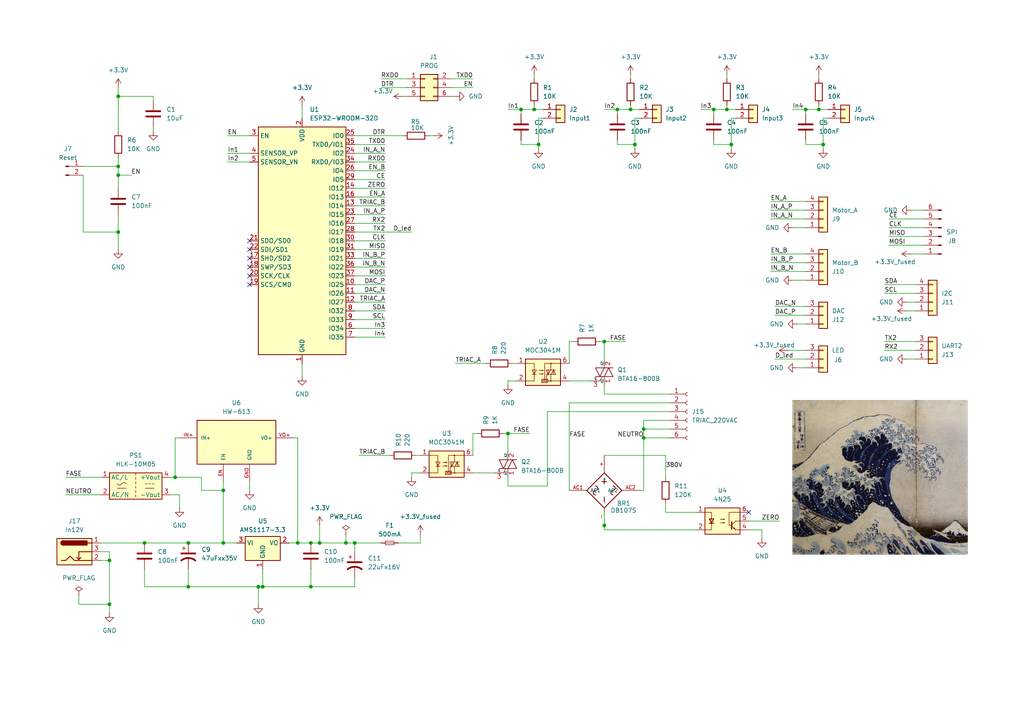
<source format=kicad_sch>
(kicad_sch (version 20231120) (generator "eeschema") (generator_version "8.0")
  (paper "A4")
  (junction (at 210.82 31.75))
  (junction (at 86.36 157.48))
  (junction (at 238.76 41.91))
  (junction (at 34.29 67.31))
  (junction (at 64.77 157.48))
  (junction (at 207.01 31.75))
  (junction (at 31.75 175.26))
  (junction (at 41.91 157.48))
  (junction (at 156.21 41.91))
  (junction (at 31.75 162.56))
  (junction (at 64.77 142.24))
  (junction (at 54.61 170.18))
  (junction (at 92.71 157.48))
  (junction (at 186.69 124.46))
  (junction (at 102.87 157.48))
  (junction (at 74.93 170.18))
  (junction (at 175.26 99.06))
  (junction (at 100.33 157.48))
  (junction (at 50.8 138.43))
  (junction (at 90.17 157.48))
  (junction (at 182.88 31.75))
  (junction (at 34.29 48.26))
  (junction (at 154.94 31.75))
  (junction (at 34.29 50.8))
  (junction (at 54.61 157.48))
  (junction (at 233.68 31.75))
  (junction (at 147.32 125.73))
  (junction (at 186.69 127))
  (junction (at 151.13 31.75))
  (junction (at 175.26 152.4))
  (junction (at 90.17 170.18))
  (junction (at 237.49 31.75))
  (junction (at 212.09 41.91))
  (junction (at 76.2 170.18))
  (junction (at 34.29 27.94))
  (junction (at 184.15 41.91))
  (junction (at 179.07 31.75))
  (no_connect (at 72.39 72.39))
  (no_connect (at 72.39 82.55))
  (no_connect (at 72.39 74.93))
  (no_connect (at 72.39 77.47))
  (no_connect (at 72.39 80.01))
  (no_connect (at 217.17 148.59))
  (no_connect (at 72.39 69.85))
  (wire (pts (xy 121.92 154.94) (xy 121.92 157.48)))
  (wire (pts (xy 76.2 170.18) (xy 90.17 170.18)))
  (wire (pts (xy 213.36 34.29) (xy 212.09 34.29)))
  (wire (pts (xy 72.39 139.7) (xy 72.39 142.24)))
  (wire (pts (xy 229.87 81.28) (xy 233.68 81.28)))
  (wire (pts (xy 83.82 157.48) (xy 86.36 157.48)))
  (wire (pts (xy 102.87 54.61) (xy 111.76 54.61)))
  (wire (pts (xy 111.76 59.69) (xy 102.87 59.69)))
  (wire (pts (xy 119.38 137.16) (xy 119.38 138.43)))
  (wire (pts (xy 179.07 40.64) (xy 179.07 41.91)))
  (wire (pts (xy 31.75 160.02) (xy 31.75 162.56)))
  (wire (pts (xy 137.16 22.86) (xy 130.81 22.86)))
  (wire (pts (xy 24.13 67.31) (xy 34.29 67.31)))
  (wire (pts (xy 217.17 151.13) (xy 226.06 151.13)))
  (wire (pts (xy 148.59 105.41) (xy 149.86 105.41)))
  (wire (pts (xy 207.01 41.91) (xy 212.09 41.91)))
  (wire (pts (xy 186.69 127) (xy 194.31 127)))
  (wire (pts (xy 175.26 132.08) (xy 193.04 132.08)))
  (wire (pts (xy 52.07 127) (xy 50.8 127)))
  (wire (pts (xy 111.76 87.63) (xy 102.87 87.63)))
  (wire (pts (xy 175.26 104.14) (xy 175.26 99.06)))
  (wire (pts (xy 193.04 146.05) (xy 193.04 148.59)))
  (wire (pts (xy 90.17 157.48) (xy 92.71 157.48)))
  (wire (pts (xy 92.71 152.4) (xy 92.71 157.48)))
  (wire (pts (xy 233.68 33.02) (xy 233.68 31.75)))
  (wire (pts (xy 257.81 68.58) (xy 267.97 68.58)))
  (wire (pts (xy 207.01 40.64) (xy 207.01 41.91)))
  (wire (pts (xy 31.75 162.56) (xy 29.21 162.56)))
  (wire (pts (xy 100.33 154.94) (xy 100.33 157.48)))
  (wire (pts (xy 102.87 157.48) (xy 102.87 160.02)))
  (wire (pts (xy 111.76 49.53) (xy 102.87 49.53)))
  (wire (pts (xy 74.93 170.18) (xy 74.93 175.26)))
  (wire (pts (xy 111.76 74.93) (xy 102.87 74.93)))
  (wire (pts (xy 210.82 31.75) (xy 213.36 31.75)))
  (wire (pts (xy 184.15 41.91) (xy 184.15 43.18)))
  (wire (pts (xy 111.76 82.55) (xy 102.87 82.55)))
  (wire (pts (xy 223.52 63.5) (xy 233.68 63.5)))
  (wire (pts (xy 86.36 127) (xy 86.36 157.48)))
  (wire (pts (xy 256.54 85.09) (xy 265.43 85.09)))
  (wire (pts (xy 66.04 39.37) (xy 72.39 39.37)))
  (wire (pts (xy 34.29 67.31) (xy 34.29 72.39)))
  (wire (pts (xy 224.79 88.9) (xy 233.68 88.9)))
  (wire (pts (xy 111.76 90.17) (xy 102.87 90.17)))
  (wire (pts (xy 54.61 170.18) (xy 74.93 170.18)))
  (wire (pts (xy 111.76 77.47) (xy 102.87 77.47)))
  (wire (pts (xy 64.77 142.24) (xy 64.77 157.48)))
  (wire (pts (xy 111.76 85.09) (xy 102.87 85.09)))
  (wire (pts (xy 238.76 34.29) (xy 238.76 41.91)))
  (wire (pts (xy 87.63 30.48) (xy 87.63 34.29)))
  (wire (pts (xy 102.87 97.79) (xy 111.76 97.79)))
  (wire (pts (xy 165.1 110.49) (xy 171.45 110.49)))
  (wire (pts (xy 186.69 142.24) (xy 186.69 127)))
  (wire (pts (xy 217.17 153.67) (xy 220.98 153.67)))
  (wire (pts (xy 223.52 73.66) (xy 233.68 73.66)))
  (wire (pts (xy 34.29 50.8) (xy 38.1 50.8)))
  (wire (pts (xy 58.42 138.43) (xy 58.42 142.24)))
  (wire (pts (xy 54.61 165.1) (xy 54.61 170.18)))
  (wire (pts (xy 54.61 157.48) (xy 64.77 157.48)))
  (wire (pts (xy 29.21 157.48) (xy 41.91 157.48)))
  (wire (pts (xy 31.75 175.26) (xy 31.75 162.56)))
  (wire (pts (xy 137.16 137.16) (xy 143.51 137.16)))
  (wire (pts (xy 34.29 50.8) (xy 34.29 54.61)))
  (wire (pts (xy 165.1 99.06) (xy 165.1 105.41)))
  (wire (pts (xy 66.04 46.99) (xy 72.39 46.99)))
  (wire (pts (xy 264.16 73.66) (xy 267.97 73.66)))
  (wire (pts (xy 58.42 142.24) (xy 64.77 142.24)))
  (wire (pts (xy 223.52 76.2) (xy 233.68 76.2)))
  (wire (pts (xy 115.57 157.48) (xy 121.92 157.48)))
  (wire (pts (xy 132.08 27.94) (xy 130.81 27.94)))
  (wire (pts (xy 102.87 170.18) (xy 102.87 167.64)))
  (wire (pts (xy 66.04 44.45) (xy 72.39 44.45)))
  (wire (pts (xy 229.87 31.75) (xy 233.68 31.75)))
  (wire (pts (xy 110.49 22.86) (xy 118.11 22.86)))
  (wire (pts (xy 34.29 48.26) (xy 34.29 50.8)))
  (wire (pts (xy 41.91 165.1) (xy 41.91 170.18)))
  (wire (pts (xy 165.1 116.84) (xy 194.31 116.84)))
  (wire (pts (xy 186.69 124.46) (xy 194.31 124.46)))
  (wire (pts (xy 137.16 25.4) (xy 130.81 25.4)))
  (wire (pts (xy 175.26 148.59) (xy 175.26 152.4)))
  (wire (pts (xy 175.26 153.67) (xy 201.93 153.67)))
  (wire (pts (xy 237.49 30.48) (xy 237.49 31.75)))
  (wire (pts (xy 100.33 157.48) (xy 102.87 157.48)))
  (wire (pts (xy 147.32 110.49) (xy 147.32 111.76)))
  (wire (pts (xy 264.16 60.96) (xy 267.97 60.96)))
  (wire (pts (xy 175.26 152.4) (xy 175.26 153.67)))
  (wire (pts (xy 207.01 33.02) (xy 207.01 31.75)))
  (wire (pts (xy 224.79 91.44) (xy 233.68 91.44)))
  (wire (pts (xy 111.76 72.39) (xy 102.87 72.39)))
  (wire (pts (xy 34.29 62.23) (xy 34.29 67.31)))
  (wire (pts (xy 90.17 170.18) (xy 102.87 170.18)))
  (wire (pts (xy 111.76 64.77) (xy 102.87 64.77)))
  (wire (pts (xy 156.21 41.91) (xy 156.21 43.18)))
  (wire (pts (xy 262.89 104.14) (xy 265.43 104.14)))
  (wire (pts (xy 102.87 95.25) (xy 111.76 95.25)))
  (wire (pts (xy 44.45 29.21) (xy 44.45 27.94)))
  (wire (pts (xy 19.05 138.43) (xy 29.21 138.43)))
  (wire (pts (xy 220.98 156.21) (xy 220.98 153.67)))
  (wire (pts (xy 262.89 87.63) (xy 265.43 87.63)))
  (wire (pts (xy 52.07 143.51) (xy 49.53 143.51)))
  (wire (pts (xy 111.76 92.71) (xy 102.87 92.71)))
  (wire (pts (xy 223.52 58.42) (xy 233.68 58.42)))
  (wire (pts (xy 175.26 99.06) (xy 181.61 99.06)))
  (wire (pts (xy 173.99 99.06) (xy 175.26 99.06)))
  (wire (pts (xy 257.81 66.04) (xy 267.97 66.04)))
  (wire (pts (xy 147.32 125.73) (xy 153.67 125.73)))
  (wire (pts (xy 237.49 21.59) (xy 237.49 22.86)))
  (wire (pts (xy 240.03 34.29) (xy 238.76 34.29)))
  (wire (pts (xy 185.42 34.29) (xy 184.15 34.29)))
  (wire (pts (xy 34.29 27.94) (xy 34.29 38.1)))
  (wire (pts (xy 166.37 99.06) (xy 165.1 99.06)))
  (wire (pts (xy 52.07 143.51) (xy 52.07 147.32)))
  (wire (pts (xy 212.09 41.91) (xy 212.09 43.18)))
  (wire (pts (xy 137.16 125.73) (xy 137.16 132.08)))
  (wire (pts (xy 29.21 160.02) (xy 31.75 160.02)))
  (wire (pts (xy 44.45 27.94) (xy 34.29 27.94)))
  (wire (pts (xy 138.43 125.73) (xy 137.16 125.73)))
  (wire (pts (xy 179.07 33.02) (xy 179.07 31.75)))
  (wire (pts (xy 157.48 34.29) (xy 156.21 34.29)))
  (wire (pts (xy 50.8 138.43) (xy 58.42 138.43)))
  (wire (pts (xy 179.07 41.91) (xy 184.15 41.91)))
  (wire (pts (xy 151.13 41.91) (xy 156.21 41.91)))
  (wire (pts (xy 92.71 157.48) (xy 100.33 157.48)))
  (wire (pts (xy 256.54 99.06) (xy 265.43 99.06)))
  (wire (pts (xy 156.21 34.29) (xy 156.21 41.91)))
  (wire (pts (xy 228.6 101.6) (xy 233.68 101.6)))
  (wire (pts (xy 64.77 157.48) (xy 68.58 157.48)))
  (wire (pts (xy 185.42 142.24) (xy 186.69 142.24)))
  (wire (pts (xy 119.38 137.16) (xy 121.92 137.16)))
  (wire (pts (xy 193.04 132.08) (xy 193.04 138.43)))
  (wire (pts (xy 147.32 130.81) (xy 147.32 125.73)))
  (wire (pts (xy 184.15 34.29) (xy 184.15 41.91)))
  (wire (pts (xy 22.86 172.72) (xy 22.86 175.26)))
  (wire (pts (xy 19.05 143.51) (xy 29.21 143.51)))
  (wire (pts (xy 158.75 140.97) (xy 147.32 140.97)))
  (wire (pts (xy 262.89 90.17) (xy 265.43 90.17)))
  (wire (pts (xy 154.94 31.75) (xy 157.48 31.75)))
  (wire (pts (xy 22.86 175.26) (xy 31.75 175.26)))
  (wire (pts (xy 210.82 30.48) (xy 210.82 31.75)))
  (wire (pts (xy 110.49 25.4) (xy 118.11 25.4)))
  (wire (pts (xy 125.73 39.37) (xy 124.46 39.37)))
  (wire (pts (xy 50.8 138.43) (xy 49.53 138.43)))
  (wire (pts (xy 231.14 106.68) (xy 233.68 106.68)))
  (wire (pts (xy 186.69 124.46) (xy 186.69 127)))
  (wire (pts (xy 41.91 157.48) (xy 54.61 157.48)))
  (wire (pts (xy 111.76 52.07) (xy 102.87 52.07)))
  (wire (pts (xy 132.08 105.41) (xy 140.97 105.41)))
  (wire (pts (xy 34.29 25.4) (xy 34.29 27.94)))
  (wire (pts (xy 44.45 36.83) (xy 44.45 38.1)))
  (wire (pts (xy 223.52 60.96) (xy 233.68 60.96)))
  (wire (pts (xy 182.88 31.75) (xy 185.42 31.75)))
  (wire (pts (xy 102.87 157.48) (xy 110.49 157.48)))
  (wire (pts (xy 111.76 41.91) (xy 102.87 41.91)))
  (wire (pts (xy 120.65 132.08) (xy 121.92 132.08)))
  (wire (pts (xy 90.17 165.1) (xy 90.17 170.18)))
  (wire (pts (xy 147.32 31.75) (xy 151.13 31.75)))
  (wire (pts (xy 102.87 67.31) (xy 119.38 67.31)))
  (wire (pts (xy 175.26 31.75) (xy 179.07 31.75)))
  (wire (pts (xy 233.68 41.91) (xy 238.76 41.91)))
  (wire (pts (xy 154.94 30.48) (xy 154.94 31.75)))
  (wire (pts (xy 203.2 31.75) (xy 207.01 31.75)))
  (wire (pts (xy 165.1 116.84) (xy 165.1 142.24)))
  (wire (pts (xy 154.94 21.59) (xy 154.94 22.86)))
  (wire (pts (xy 116.84 27.94) (xy 118.11 27.94)))
  (wire (pts (xy 182.88 21.59) (xy 182.88 22.86)))
  (wire (pts (xy 111.76 62.23) (xy 102.87 62.23)))
  (wire (pts (xy 111.76 69.85) (xy 102.87 69.85)))
  (wire (pts (xy 212.09 34.29) (xy 212.09 41.91)))
  (wire (pts (xy 194.31 121.92) (xy 186.69 121.92)))
  (wire (pts (xy 210.82 21.59) (xy 210.82 22.86)))
  (wire (pts (xy 151.13 33.02) (xy 151.13 31.75)))
  (wire (pts (xy 41.91 170.18) (xy 54.61 170.18)))
  (wire (pts (xy 147.32 138.43) (xy 147.32 140.97)))
  (wire (pts (xy 74.93 170.18) (xy 76.2 170.18)))
  (wire (pts (xy 175.26 114.3) (xy 175.26 111.76)))
  (wire (pts (xy 111.76 44.45) (xy 102.87 44.45)))
  (wire (pts (xy 175.26 114.3) (xy 194.31 114.3)))
  (wire (pts (xy 111.76 46.99) (xy 102.87 46.99)))
  (wire (pts (xy 76.2 165.1) (xy 76.2 170.18)))
  (wire (pts (xy 256.54 101.6) (xy 265.43 101.6)))
  (wire (pts (xy 257.81 63.5) (xy 267.97 63.5)))
  (wire (pts (xy 231.14 93.98) (xy 233.68 93.98)))
  (wire (pts (xy 186.69 121.92) (xy 186.69 124.46)))
  (wire (pts (xy 24.13 48.26) (xy 34.29 48.26)))
  (wire (pts (xy 87.63 105.41) (xy 87.63 109.22)))
  (wire (pts (xy 193.04 148.59) (xy 201.93 148.59)))
  (wire (pts (xy 31.75 177.8) (xy 31.75 175.26)))
  (wire (pts (xy 102.87 39.37) (xy 116.84 39.37)))
  (wire (pts (xy 238.76 41.91) (xy 238.76 43.18)))
  (wire (pts (xy 158.75 119.38) (xy 194.31 119.38)))
  (wire (pts (xy 257.81 71.12) (xy 267.97 71.12)))
  (wire (pts (xy 85.09 127) (xy 86.36 127)))
  (wire (pts (xy 256.54 82.55) (xy 265.43 82.55)))
  (wire (pts (xy 237.49 31.75) (xy 240.03 31.75)))
  (wire (pts (xy 34.29 45.72) (xy 34.29 48.26)))
  (wire (pts (xy 24.13 50.8) (xy 24.13 67.31)))
  (wire (pts (xy 229.87 66.04) (xy 233.68 66.04)))
  (wire (pts (xy 223.52 78.74) (xy 233.68 78.74)))
  (wire (pts (xy 233.68 40.64) (xy 233.68 41.91)))
  (wire (pts (xy 147.32 110.49) (xy 149.86 110.49)))
  (wire (pts (xy 64.77 139.7) (xy 64.77 142.24)))
  (wire (pts (xy 104.14 132.08) (xy 113.03 132.08)))
  (wire (pts (xy 158.75 119.38) (xy 158.75 140.97)))
  (wire (pts (xy 224.79 104.14) (xy 233.68 104.14)))
  (wire (pts (xy 111.76 80.01) (xy 102.87 80.01)))
  (wire (pts (xy 146.05 125.73) (xy 147.32 125.73)))
  (wire (pts (xy 179.07 31.75) (xy 182.88 31.75)))
  (wire (pts (xy 86.36 157.48) (xy 90.17 157.48)))
  (wire (pts (xy 151.13 31.75) (xy 154.94 31.75)))
  (wire (pts (xy 151.13 40.64) (xy 151.13 41.91)))
  (wire (pts (xy 207.01 31.75) (xy 210.82 31.75)))
  (wire (pts (xy 111.76 57.15) (xy 102.87 57.15)))
  (wire (pts (xy 233.68 31.75) (xy 237.49 31.75)))
  (wire (pts (xy 50.8 127) (xy 50.8 138.43)))
  (wire (pts (xy 182.88 30.48) (xy 182.88 31.75)))
  (image (at 255.27 138.43) (scale 0.269018))
  (label "MOSI" (at 111.76 80.01 180))
  (label "In1" (at 147.32 31.75 0))
  (label "ZERO" (at 226.06 151.13 180))
  (label "In2" (at 66.04 46.99 0))
  (label "DAC_P" (at 224.79 91.44 0))
  (label "ZERO" (at 111.76 54.61 180))
  (label "RXD0" (at 111.76 46.99 180))
  (label "SCL" (at 256.54 85.09 0))
  (label "DAC_P" (at 111.76 82.55 180))
  (label "TXD0" (at 137.16 22.86 180))
  (label "In3" (at 111.76 95.25 180))
  (label "DAC_N" (at 111.76 85.09 180))
  (label "FASE" (at 19.05 138.43 0))
  (label "TX2" (at 256.54 99.06 0))
  (label "TXD0" (at 111.76 41.91 180))
  (label "IN_A_N" (at 111.76 44.45 180))
  (label "TX2" (at 111.76 67.31 180))
  (label "IN_A_P" (at 111.76 62.23 180))
  (label "RX2" (at 256.54 101.6 0))
  (label "In4" (at 111.76 97.79 180))
  (label "IN_B_P" (at 223.52 76.2 0))
  (label "SDA" (at 111.76 90.17 180))
  (label "EN" (at 66.04 39.37 0))
  (label "EN_B" (at 223.52 73.66 0))
  (label "EN" (at 137.16 25.4 180))
  (label "SDA" (at 256.54 82.55 0))
  (label "IN_B_P" (at 111.76 74.93 180))
  (label "In2" (at 175.26 31.75 0))
  (label "IN_B_N" (at 111.76 77.47 180))
  (label "In1" (at 66.04 44.45 0))
  (label "NEUTRO" (at 186.69 127 180))
  (label "RX2" (at 111.76 64.77 180))
  (label "TRIAC_B" (at 111.76 59.69 180))
  (label "380V" (at 193.04 135.89 0))
  (label "FASE" (at 181.61 99.06 180))
  (label "DTR" (at 111.76 39.37 180))
  (label "EN" (at 38.1 50.8 0))
  (label "CE" (at 257.81 63.5 0))
  (label "TRIAC_B" (at 104.14 132.08 0))
  (label "DTR" (at 110.49 25.4 0))
  (label "EN_A" (at 111.76 57.15 180))
  (label "EN_A" (at 223.52 58.42 0))
  (label "CE" (at 111.76 52.07 180))
  (label "NEUTRO" (at 19.05 143.51 0))
  (label "D_led" (at 224.79 104.14 0))
  (label "IN_B_N" (at 223.52 78.74 0))
  (label "DAC_N" (at 224.79 88.9 0))
  (label "MOSI" (at 257.81 71.12 0))
  (label "In3" (at 203.2 31.75 0))
  (label "CLK" (at 257.81 66.04 0))
  (label "TRIAC_A" (at 132.08 105.41 0))
  (label "CLK" (at 111.76 69.85 180))
  (label "FASE" (at 153.67 125.73 180))
  (label "FASE" (at 165.1 127 0))
  (label "SCL" (at 111.76 92.71 180))
  (label "IN_A_N" (at 223.52 63.5 0))
  (label "TRIAC_A" (at 111.76 87.63 180))
  (label "MISO" (at 111.76 72.39 180))
  (label "D_led" (at 119.38 67.31 180))
  (label "RXD0" (at 110.49 22.86 0))
  (label "IN_A_P" (at 223.52 60.96 0))
  (label "In4" (at 229.87 31.75 0))
  (label "MISO" (at 257.81 68.58 0))
  (label "EN_B" (at 111.76 49.53 180))
  (symbol (lib_id "Connector_Generic:Conn_01x04") (at 270.51 87.63 0) (mirror x) (unit 1)
    (property "Reference" "J11" (at 273.05 87.6301 0) (effects (justify left)))
    (property "Value" "I2C" (at 273.05 85.0901 0) (effects (justify left)))
    (property "Footprint" "Connector_Molex:Molex_SL_171971-0004_1x04_P2.54mm_Vertical" (effects (hide yes)))
    (property "Description" "Generic connector, single row, 01x04, script generated (kicad-library-utils/schlib/autogen/connector/)" (effects (hide yes)))
  )
  (symbol (lib_id "power:GND") (at 132.08 27.94 90) (unit 1)
    (property "Reference" "#PWR08" (effects (hide yes)))
    (property "Value" "GND" (at 135.89 27.9401 90) (effects (justify right)))
    (property "Description" "Power symbol creates a global label with name \"GND\" , ground" (effects (hide yes)))
  )
  (symbol (lib_id "Connector_Generic:Conn_01x04") (at 238.76 63.5 0) (mirror x) (unit 1)
    (property "Reference" "J9" (at 241.3 63.5001 0) (effects (justify left)))
    (property "Value" "Motor_A" (at 241.3 60.9601 0) (effects (justify left)))
    (property "Footprint" "Connector_Molex:Molex_SL_171971-0004_1x04_P2.54mm_Vertical" (effects (hide yes)))
    (property "Description" "Generic connector, single row, 01x04, script generated (kicad-library-utils/schlib/autogen/connector/)" (effects (hide yes)))
  )
  (symbol (lib_id "power:+3.3V") (at 121.92 154.94 0) (unit 1)
    (property "Reference" "#PWR028" (effects (hide yes)))
    (property "Value" "+3.3V_fused" (at 121.92 149.86 0))
    (property "Description" "Power symbol creates a global label with name \"+3.3V\"" (effects (hide yes)))
  )
  (symbol (lib_id "Connector_Generic:Conn_01x02") (at 162.56 31.75 0) (unit 1)
    (property "Reference" "J2" (at 165.1 31.7499 0) (effects (justify left)))
    (property "Value" "Input1" (at 165.1 34.2899 0) (effects (justify left)))
    (property "Footprint" "Connector_Molex:Molex_SL_171971-0002_1x02_P2.54mm_Vertical" (effects (hide yes)))
    (property "Description" "Generic connector, single row, 01x02, script generated (kicad-library-utils/schlib/autogen/connector/)" (effects (hide yes)))
  )
  (symbol (lib_id "power:GND") (at 147.32 111.76 0) (mirror y) (unit 1)
    (property "Reference" "#PWR027" (effects (hide yes)))
    (property "Value" "GND" (at 147.32 116.84 0))
    (property "Description" "Power symbol creates a global label with name \"GND\" , ground" (effects (hide yes)))
  )
  (symbol (lib_id "Connector_Generic:Conn_01x03") (at 270.51 101.6 0) (mirror x) (unit 1)
    (property "Reference" "J13" (at 273.05 102.8701 0) (effects (justify left)))
    (property "Value" "UART2" (at 273.05 100.3301 0) (effects (justify left)))
    (property "Footprint" "Connector_Molex:Molex_SL_171971-0003_1x03_P2.54mm_Vertical" (effects (hide yes)))
    (property "Description" "Generic connector, single row, 01x03, script generated (kicad-library-utils/schlib/autogen/connector/)" (effects (hide yes)))
  )
  (symbol (lib_id "Triac_Thyristor:BTA16-800B") (at 147.32 134.62 0) (unit 1)
    (property "Reference" "Q2" (at 151.13 133.9341 0) (effects (justify left)))
    (property "Value" "BTA16-800B" (at 151.13 136.4741 0) (effects (justify left)))
    (property "Footprint" "Package_TO_SOT_THT:TO-220-3_Vertical" (effects (hide yes)))
    (property "Datasheet" "https://www.st.com/resource/en/datasheet/bta16.pdf" (effects (hide yes)))
    (property "Description" "16A RMS, 800V Off-State Voltage, 50mA Sensitivity, Insulated, Triac, TO-220" (effects (hide yes)))
  )
  (symbol (lib_id "power:PWR_FLAG") (at 100.33 154.94 0) (unit 1)
    (property "Reference" "#FLG01" (effects (hide yes)))
    (property "Value" "PWR_FLAG" (at 100.33 149.86 0))
    (property "Description" "Special symbol for telling ERC where power comes from" (effects (hide yes)))
  )
  (symbol (lib_id "Device:C_Polarized_US") (at 102.87 163.83 0) (unit 1)
    (property "Reference" "C11" (at 106.68 161.9249 0) (effects (justify left)))
    (property "Value" "22uFx16V" (at 106.68 164.4649 0) (effects (justify left)))
    (property "Footprint" "Capacitor_Tantalum_SMD:CP_EIA-6032-28_Kemet-C_Pad2.25x2.35mm_HandSolder" (effects (hide yes)))
    (property "Description" "Polarized capacitor, US symbol" (effects (hide yes)))
  )
  (symbol (lib_id "power:+3.3V") (at 262.89 90.17 90) (mirror x) (unit 1)
    (property "Reference" "#PWR020" (effects (hide yes)))
    (property "Value" "+3.3V_fused" (at 258.572 92.456 90))
    (property "Description" "Power symbol creates a global label with name \"+3.3V\"" (effects (hide yes)))
  )
  (symbol (lib_id "Device:R") (at 116.84 132.08 90) (unit 1)
    (property "Reference" "R10" (at 115.5699 129.54 0) (effects (justify left)))
    (property "Value" "220" (at 118.1099 129.54 0) (effects (justify left)))
    (property "Footprint" "Resistor_SMD:R_0805_2012Metric_Pad1.20x1.40mm_HandSolder" (effects (hide yes)))
    (property "Description" "Resistor" (effects (hide yes)))
  )
  (symbol (lib_id "Triac_Thyristor:BTA16-800B") (at 175.26 107.95 0) (unit 1)
    (property "Reference" "Q1" (at 179.07 107.2641 0) (effects (justify left)))
    (property "Value" "BTA16-800B" (at 179.07 109.8041 0) (effects (justify left)))
    (property "Footprint" "Package_TO_SOT_THT:TO-220-3_Vertical" (effects (hide yes)))
    (property "Datasheet" "https://www.st.com/resource/en/datasheet/bta16.pdf" (effects (hide yes)))
    (property "Description" "16A RMS, 800V Off-State Voltage, 50mA Sensitivity, Insulated, Triac, TO-220" (effects (hide yes)))
  )
  (symbol (lib_id "power:GND") (at 34.29 72.39 0) (unit 1)
    (property "Reference" "#PWR017" (effects (hide yes)))
    (property "Value" "GND" (at 34.29 77.47 0))
    (property "Description" "Power symbol creates a global label with name \"GND\" , ground" (effects (hide yes)))
  )
  (symbol (lib_id "power:GND") (at 52.07 147.32 0) (unit 1)
    (property "Reference" "#PWR034" (effects (hide yes)))
    (property "Value" "GND" (at 52.07 152.4 0))
    (property "Description" "Power symbol creates a global label with name \"GND\" , ground" (effects (hide yes)))
  )
  (symbol (lib_id "Connector_Generic:Conn_01x02") (at 190.5 31.75 0) (unit 1)
    (property "Reference" "J3" (at 193.04 31.7499 0) (effects (justify left)))
    (property "Value" "Input2" (at 193.04 34.2899 0) (effects (justify left)))
    (property "Footprint" "Connector_Molex:Molex_SL_171971-0002_1x02_P2.54mm_Vertical" (effects (hide yes)))
    (property "Description" "Generic connector, single row, 01x02, script generated (kicad-library-utils/schlib/autogen/connector/)" (effects (hide yes)))
  )
  (symbol (lib_id "DB107S:DB107S") (at 175.26 142.24 90) (unit 1)
    (property "Reference" "BR1" (at 182.88 145.288 90) (effects (justify left bottom)))
    (property "Value" "DB107S" (at 184.658 147.32 90) (effects (justify left bottom)))
    (property "Footprint" "lib:DIOB_DB107S" (effects (hide yes)))
    (property "DigiKey_Part_Number" "1655-DB107STR-ND" (effects (hide yes)))
    (property "SnapEDA_Link" "https://www.snapeda.com/parts/DB107S/SMC+Diode+Solutions/view-part/?ref=snap" (effects (hide yes)))
    (property "Description_1" "\nBridge Rectifier Single Phase Standard 1 kV Surface Mount DB-S\n" (effects (hide yes)))
    (property "Package" "SMD-4 Multicomp" (effects (hide yes)))
    (property "Check_prices" "https://www.snapeda.com/parts/DB107S/SMC+Diode+Solutions/view-part/?ref=eda" (effects (hide yes)))
    (property "MF" "SMC Diode" (effects (hide yes)))
    (property "MP" "DB107S" (effects (hide yes)))
    (property "MANUFACTURER" "Rectron Semiconductor" (effects (hide yes)))
  )
  (symbol (lib_id "power:GND") (at 229.87 81.28 270) (unit 1)
    (property "Reference" "#PWR022" (effects (hide yes)))
    (property "Value" "GND" (at 226.06 81.2799 90) (effects (justify right)))
    (property "Description" "Power symbol creates a global label with name \"GND\" , ground" (effects (hide yes)))
  )
  (symbol (lib_id "power:+3.3V") (at 210.82 21.59 0) (unit 1)
    (property "Reference" "#PWR03" (effects (hide yes)))
    (property "Value" "+3.3V" (at 210.82 16.51 0))
    (property "Description" "Power symbol creates a global label with name \"+3.3V\"" (effects (hide yes)))
  )
  (symbol (lib_id "Device:C") (at 44.45 33.02 0) (unit 1)
    (property "Reference" "C1" (at 48.26 31.7499 0) (effects (justify left)))
    (property "Value" "10uF" (at 48.26 34.2899 0) (effects (justify left)))
    (property "Footprint" "Capacitor_SMD:C_0805_2012Metric_Pad1.18x1.45mm_HandSolder" (effects (hide yes)))
    (property "Description" "Unpolarized capacitor" (effects (hide yes)))
  )
  (symbol (lib_id "power:GND") (at 184.15 43.18 0) (unit 1)
    (property "Reference" "#PWR012" (effects (hide yes)))
    (property "Value" "GND" (at 184.15 48.26 0))
    (property "Description" "Power symbol creates a global label with name \"GND\" , ground" (effects (hide yes)))
  )
  (symbol (lib_id "power:GND") (at 238.76 43.18 0) (unit 1)
    (property "Reference" "#PWR014" (effects (hide yes)))
    (property "Value" "GND" (at 238.76 48.26 0))
    (property "Description" "Power symbol creates a global label with name \"GND\" , ground" (effects (hide yes)))
  )
  (symbol (lib_id "power:GND") (at 87.63 109.22 0) (unit 1)
    (property "Reference" "#PWR026" (effects (hide yes)))
    (property "Value" "GND" (at 87.63 114.3 0))
    (property "Description" "Power symbol creates a global label with name \"GND\" , ground" (effects (hide yes)))
  )
  (symbol (lib_id "HW-613:HW-613") (at 69.85 124.46 0) (unit 1)
    (property "Reference" "U6" (at 68.58 116.84 0))
    (property "Value" "HW-613" (at 68.58 119.38 0))
    (property "Footprint" "lib:HW-613" (effects (hide yes)))
    (property "MF" "NTE Electronics, Inc" (effects (hide yes)))
    (property "Description_1" "\nRESISTOR 1/2W METAL FILM FLAMEPROOF 13M OHM 2% AXIAL LEAD | NTE Electronics Inc. HW613\n" (effects (hide yes)))
    (property "Package" "Axial NTE Electronics, Inc" (effects (hide yes)))
    (property "Price" "None" (effects (hide yes)))
    (property "SnapEDA_Link" "https://www.snapeda.com/parts/HW613/NTE+Electronics/view-part/?ref=snap" (effects (hide yes)))
    (property "MP" "HW613" (effects (hide yes)))
    (property "Availability" "In Stock" (effects (hide yes)))
    (property "Check_prices" "https://www.snapeda.com/parts/HW613/NTE+Electronics/view-part/?ref=eda" (effects (hide yes)))
  )
  (symbol (lib_id "Device:R") (at 154.94 26.67 0) (unit 1)
    (property "Reference" "R1" (at 157.48 25.3999 0) (effects (justify left)))
    (property "Value" "10K" (at 157.48 27.9399 0) (effects (justify left)))
    (property "Footprint" "Resistor_SMD:R_0805_2012Metric_Pad1.20x1.40mm_HandSolder" (effects (hide yes)))
    (property "Description" "Resistor" (effects (hide yes)))
  )
  (symbol (lib_id "Device:C") (at 41.91 161.29 0) (unit 1)
    (property "Reference" "C8" (at 45.72 160.0199 0) (effects (justify left)))
    (property "Value" "100nF" (at 45.72 162.5599 0) (effects (justify left)))
    (property "Footprint" "Capacitor_SMD:C_0805_2012Metric_Pad1.18x1.45mm_HandSolder" (effects (hide yes)))
    (property "Description" "Unpolarized capacitor" (effects (hide yes)))
  )
  (symbol (lib_id "power:GND") (at 119.38 138.43 0) (mirror y) (unit 1)
    (property "Reference" "#PWR029" (effects (hide yes)))
    (property "Value" "GND" (at 119.38 143.51 0))
    (property "Description" "Power symbol creates a global label with name \"GND\" , ground" (effects (hide yes)))
  )
  (symbol (lib_id "Regulator_Linear:AMS1117-3.3") (at 76.2 157.48 0) (unit 1)
    (property "Reference" "U5" (at 76.2 151.13 0))
    (property "Value" "AMS1117-3.3" (at 76.2 153.67 0))
    (property "Footprint" "Package_TO_SOT_SMD:SOT-223-3_TabPin2" (effects (hide yes)))
    (property "Datasheet" "http://www.advanced-monolithic.com/pdf/ds1117.pdf" (effects (hide yes)))
    (property "Description" "1A Low Dropout regulator, positive, 3.3V fixed output, SOT-223" (effects (hide yes)))
  )
  (symbol (lib_id "power:+3.3V") (at 182.88 21.59 0) (unit 1)
    (property "Reference" "#PWR02" (effects (hide yes)))
    (property "Value" "+3.3V" (at 182.88 16.51 0))
    (property "Description" "Power symbol creates a global label with name \"+3.3V\"" (effects (hide yes)))
  )
  (symbol (lib_id "power:+3.3V") (at 237.49 21.59 0) (unit 1)
    (property "Reference" "#PWR04" (effects (hide yes)))
    (property "Value" "+3.3V" (at 237.49 16.51 0))
    (property "Description" "Power symbol creates a global label with name \"+3.3V\"" (effects (hide yes)))
  )
  (symbol (lib_id "power:GND") (at 220.98 156.21 0) (unit 1)
    (property "Reference" "#PWR030" (effects (hide yes)))
    (property "Value" "GND" (at 220.98 161.29 0))
    (property "Description" "Power symbol creates a global label with name \"GND\" , ground" (effects (hide yes)))
  )
  (symbol (lib_id "power:GND") (at 72.39 142.24 0) (unit 1)
    (property "Reference" "#PWR025" (effects (hide yes)))
    (property "Value" "GND" (at 72.39 147.32 0))
    (property "Description" "Power symbol creates a global label with name \"GND\" , ground" (effects (hide yes)))
  )
  (symbol (lib_id "Connector_Generic:Conn_01x02") (at 218.44 31.75 0) (unit 1)
    (property "Reference" "J4" (at 220.98 31.7499 0) (effects (justify left)))
    (property "Value" "Input3" (at 220.98 34.2899 0) (effects (justify left)))
    (property "Footprint" "Connector_Molex:Molex_SL_171971-0002_1x02_P2.54mm_Vertical" (effects (hide yes)))
    (property "Description" "Generic connector, single row, 01x02, script generated (kicad-library-utils/schlib/autogen/connector/)" (effects (hide yes)))
  )
  (symbol (lib_id "Device:R") (at 34.29 41.91 0) (unit 1)
    (property "Reference" "R6" (at 36.83 40.6399 0) (effects (justify left)))
    (property "Value" "10K" (at 36.83 43.1799 0) (effects (justify left)))
    (property "Footprint" "Resistor_SMD:R_0805_2012Metric_Pad1.20x1.40mm_HandSolder" (effects (hide yes)))
    (property "Description" "Resistor" (effects (hide yes)))
  )
  (symbol (lib_id "Connector:Conn_01x02_Pin") (at 19.05 48.26 0) (unit 1)
    (property "Reference" "J7" (at 19.685 43.18 0))
    (property "Value" "Reset" (at 19.685 45.72 0))
    (property "Footprint" "Connector_PinHeader_2.54mm:PinHeader_1x02_P2.54mm_Vertical" (effects (hide yes)))
    (property "Description" "Generic connector, single row, 01x02, script generated" (effects (hide yes)))
  )
  (symbol (lib_id "power:GND") (at 231.14 93.98 270) (mirror x) (unit 1)
    (property "Reference" "#PWR023" (effects (hide yes)))
    (property "Value" "GND" (at 227.33 93.9801 90) (effects (justify right)))
    (property "Description" "Power symbol creates a global label with name \"GND\" , ground" (effects (hide yes)))
  )
  (symbol (lib_id "power:GND") (at 156.21 43.18 0) (unit 1)
    (property "Reference" "#PWR011" (effects (hide yes)))
    (property "Value" "GND" (at 156.21 48.26 0))
    (property "Description" "Power symbol creates a global label with name \"GND\" , ground" (effects (hide yes)))
  )
  (symbol (lib_id "Device:R") (at 182.88 26.67 0) (unit 1)
    (property "Reference" "R2" (at 185.42 25.3999 0) (effects (justify left)))
    (property "Value" "10K" (at 185.42 27.9399 0) (effects (justify left)))
    (property "Footprint" "Resistor_SMD:R_0805_2012Metric_Pad1.20x1.40mm_HandSolder" (effects (hide yes)))
    (property "Description" "Resistor" (effects (hide yes)))
  )
  (symbol (lib_id "Connector_Generic:Conn_01x04") (at 238.76 78.74 0) (mirror x) (unit 1)
    (property "Reference" "J10" (at 241.3 78.7401 0) (effects (justify left)))
    (property "Value" "Motor_B" (at 241.3 76.2001 0) (effects (justify left)))
    (property "Footprint" "Connector_Molex:Molex_SL_171971-0004_1x04_P2.54mm_Vertical" (effects (hide yes)))
    (property "Description" "Generic connector, single row, 01x04, script generated (kicad-library-utils/schlib/autogen/connector/)" (effects (hide yes)))
  )
  (symbol (lib_id "power:+3.3V") (at 228.6 101.6 90) (mirror x) (unit 1)
    (property "Reference" "#PWR015" (effects (hide yes)))
    (property "Value" "+3.3V_fused" (at 224.536 100.076 90))
    (property "Description" "Power symbol creates a global label with name \"+3.3V\"" (effects (hide yes)))
  )
  (symbol (lib_id "Relay_SolidState:MOC3041M") (at 157.48 107.95 0) (unit 1)
    (property "Reference" "U2" (at 157.48 99.06 0))
    (property "Value" "MOC3041M" (at 157.48 101.6 0))
    (property "Footprint" "Package_DIP:SMDIP-6_W9.53mm" (effects (hide yes)))
    (property "Datasheet" "https://www.onsemi.com/pub/Collateral/MOC3043M-D.pdf" (effects (hide yes)))
    (property "Description" "Zero Cross Opto-Triac, Vdrm 400V, Ift 15mA, DIP6" (effects (hide yes)))
  )
  (symbol (lib_id "Relay_SolidState:MOC3041M") (at 129.54 134.62 0) (unit 1)
    (property "Reference" "U3" (at 129.54 125.73 0))
    (property "Value" "MOC3041M" (at 129.54 128.27 0))
    (property "Footprint" "Package_DIP:SMDIP-6_W9.53mm" (effects (hide yes)))
    (property "Datasheet" "https://www.onsemi.com/pub/Collateral/MOC3043M-D.pdf" (effects (hide yes)))
    (property "Description" "Zero Cross Opto-Triac, Vdrm 400V, Ift 15mA, DIP6" (effects (hide yes)))
  )
  (symbol (lib_id "Device:R") (at 170.18 99.06 90) (unit 1)
    (property "Reference" "R7" (at 168.9099 96.52 0) (effects (justify left)))
    (property "Value" "1K" (at 171.4499 96.52 0) (effects (justify left)))
    (property "Footprint" "Resistor_SMD:R_0805_2012Metric_Pad1.20x1.40mm_HandSolder" (effects (hide yes)))
    (property "Description" "Resistor" (effects (hide yes)))
  )
  (symbol (lib_id "power:GND") (at 74.93 175.26 0) (unit 1)
    (property "Reference" "#PWR032" (effects (hide yes)))
    (property "Value" "GND" (at 74.93 180.34 0))
    (property "Description" "Power symbol creates a global label with name \"GND\" , ground" (effects (hide yes)))
  )
  (symbol (lib_id "power:GND") (at 262.89 104.14 270) (mirror x) (unit 1)
    (property "Reference" "#PWR024" (effects (hide yes)))
    (property "Value" "GND" (at 259.08 104.1401 90) (effects (justify right)))
    (property "Description" "Power symbol creates a global label with name \"GND\" , ground" (effects (hide yes)))
  )
  (symbol (lib_id "Device:R") (at 120.65 39.37 270) (unit 1)
    (property "Reference" "R5" (at 119.126 35.306 90) (effects (justify left)))
    (property "Value" "10K" (at 119.126 37.084 90) (effects (justify left)))
    (property "Footprint" "Resistor_SMD:R_0805_2012Metric_Pad1.20x1.40mm_HandSolder" (effects (hide yes)))
    (property "Description" "Resistor" (effects (hide yes)))
  )
  (symbol (lib_id "power:+3.3V") (at 154.94 21.59 0) (unit 1)
    (property "Reference" "#PWR01" (effects (hide yes)))
    (property "Value" "+3.3V" (at 154.94 16.51 0))
    (property "Description" "Power symbol creates a global label with name \"+3.3V\"" (effects (hide yes)))
  )
  (symbol (lib_id "Connector_Generic:Conn_01x02") (at 245.11 31.75 0) (unit 1)
    (property "Reference" "J5" (at 247.65 31.7499 0) (effects (justify left)))
    (property "Value" "Input4" (at 247.65 34.2899 0) (effects (justify left)))
    (property "Footprint" "Connector_Molex:Molex_SL_171971-0002_1x02_P2.54mm_Vertical" (effects (hide yes)))
    (property "Description" "Generic connector, single row, 01x02, script generated (kicad-library-utils/schlib/autogen/connector/)" (effects (hide yes)))
  )
  (symbol (lib_id "power:+3.3V") (at 87.63 30.48 0) (unit 1)
    (property "Reference" "#PWR09" (effects (hide yes)))
    (property "Value" "+3.3V" (at 87.63 25.4 0))
    (property "Description" "Power symbol creates a global label with name \"+3.3V\"" (effects (hide yes)))
  )
  (symbol (lib_id "power:GND") (at 229.87 66.04 270) (unit 1)
    (property "Reference" "#PWR018" (effects (hide yes)))
    (property "Value" "GND" (at 226.06 66.0399 90) (effects (justify right)))
    (property "Description" "Power symbol creates a global label with name \"GND\" , ground" (effects (hide yes)))
  )
  (symbol (lib_id "power:+3.3V") (at 92.71 152.4 0) (unit 1)
    (property "Reference" "#PWR031" (effects (hide yes)))
    (property "Value" "+3.3V" (at 92.71 147.32 0))
    (property "Description" "Power symbol creates a global label with name \"+3.3V\"" (effects (hide yes)))
  )
  (symbol (lib_id "Converter_ACDC:HLK-10M05") (at 39.37 140.97 0) (unit 1)
    (property "Reference" "PS1" (at 39.37 132.08 0))
    (property "Value" "HLK-10M05" (at 39.37 134.62 0))
    (property "Footprint" "Converter_ACDC:Converter_ACDC_Hi-Link_HLK-10Mxx" (effects (hide yes)))
    (property "Datasheet" "http://h.hlktech.com/download/ACDC%E7%94%B5%E6%BA%90%E6%A8%A1%E5%9D%9710W%E7%B3%BB%E5%88%97/1/%E6%B5%B7%E5%87%8C%E7%A7%9110W%E7%B3%BB%E5%88%97%E7%94%B5%E6%BA%90%E6%A8%A1%E5%9D%97%E8%A7%84%E6%A0%BC%E4%B9%A6V1.8.pdf" (effects (hide yes)))
    (property "Description" "Compact AC/DC board mount power module 10W 5V" (effects (hide yes)))
  )
  (symbol (lib_id "Connector_Generic:Conn_01x03") (at 238.76 104.14 0) (mirror x) (unit 1)
    (property "Reference" "J6" (at 243.078 104.394 0))
    (property "Value" "LED" (at 243.078 101.6 0))
    (property "Footprint" "Connector_Molex:Molex_SL_171971-0003_1x03_P2.54mm_Vertical" (effects (hide yes)))
    (property "Description" "Generic connector, single row, 01x03, script generated (kicad-library-utils/schlib/autogen/connector/)" (effects (hide yes)))
  )
  (symbol (lib_id "power:+3.3V") (at 34.29 25.4 0) (unit 1)
    (property "Reference" "#PWR06" (effects (hide yes)))
    (property "Value" "+3.3V" (at 34.29 20.32 0))
    (property "Description" "Power symbol creates a global label with name \"+3.3V\"" (effects (hide yes)))
  )
  (symbol (lib_id "power:GND") (at 212.09 43.18 0) (unit 1)
    (property "Reference" "#PWR013" (effects (hide yes)))
    (property "Value" "GND" (at 212.09 48.26 0))
    (property "Description" "Power symbol creates a global label with name \"GND\" , ground" (effects (hide yes)))
  )
  (symbol (lib_id "power:+3.3V") (at 264.16 73.66 90) (mirror x) (unit 1)
    (property "Reference" "#PWR016" (effects (hide yes)))
    (property "Value" "+3.3V_fused" (at 259.588 75.946 90))
    (property "Description" "Power symbol creates a global label with name \"+3.3V\"" (effects (hide yes)))
  )
  (symbol (lib_id "power:+3.3V") (at 116.84 27.94 90) (mirror x) (unit 1)
    (property "Reference" "#PWR07" (effects (hide yes)))
    (property "Value" "+3.3V" (at 110.998 26.416 90))
    (property "Description" "Power symbol creates a global label with name \"+3.3V\"" (effects (hide yes)))
  )
  (symbol (lib_id "Device:C_Polarized_US") (at 54.61 161.29 0) (unit 1)
    (property "Reference" "C9" (at 58.42 159.3849 0) (effects (justify left)))
    (property "Value" "47uFxx35V" (at 58.42 161.9249 0) (effects (justify left)))
    (property "Footprint" "Capacitor_Tantalum_SMD:CP_EIA-6032-28_Kemet-C_Pad2.25x2.35mm_HandSolder" (effects (hide yes)))
    (property "Description" "Polarized capacitor, US symbol" (effects (hide yes)))
  )
  (symbol (lib_id "Device:Fuse_Small") (at 113.03 157.48 0) (unit 1)
    (property "Reference" "F1" (at 113.03 152.4 0))
    (property "Value" "500mA" (at 113.03 154.94 0))
    (property "Footprint" "Fuse:Fuse_1206_3216Metric_Pad1.42x1.75mm_HandSolder" (effects (hide yes)))
    (property "Description" "Fuse, small symbol" (effects (hide yes)))
  )
  (symbol (lib_id "power:PWR_FLAG") (at 22.86 172.72 0) (unit 1)
    (property "Reference" "#FLG02" (effects (hide yes)))
    (property "Value" "PWR_FLAG" (at 22.86 167.64 0))
    (property "Description" "Special symbol for telling ERC where power comes from" (effects (hide yes)))
  )
  (symbol (lib_id "Connector_Generic:Conn_02x03_Odd_Even") (at 123.19 25.4 0) (unit 1)
    (property "Reference" "J1" (at 125.73 16.51 0))
    (property "Value" "PROG" (at 124.46 19.05 0))
    (property "Footprint" "Connector_PinHeader_2.54mm:PinHeader_2x03_P2.54mm_Vertical" (effects (hide yes)))
    (property "Description" "Generic connector, double row, 02x03, odd/even pin numbering scheme (row 1 odd numbers, row 2 even numbers), script generated (kicad-library-utils/schlib/autogen/connector/)" (effects (hide yes)))
  )
  (symbol (lib_id "Device:R") (at 210.82 26.67 0) (unit 1)
    (property "Reference" "R3" (at 213.36 25.3999 0) (effects (justify left)))
    (property "Value" "10K" (at 213.36 27.9399 0) (effects (justify left)))
    (property "Footprint" "Resistor_SMD:R_0805_2012Metric_Pad1.20x1.40mm_HandSolder" (effects (hide yes)))
    (property "Description" "Resistor" (effects (hide yes)))
  )
  (symbol (lib_id "Connector:Conn_01x06_Pin") (at 273.05 68.58 180) (unit 1)
    (property "Reference" "J8" (at 276.098 69.85 0))
    (property "Value" "SPI" (at 276.098 67.31 0))
    (property "Footprint" "Connector_PinHeader_2.54mm:PinHeader_1x06_P2.54mm_Vertical" (effects (hide yes)))
    (property "Description" "Generic connector, single row, 01x06, script generated" (effects (hide yes)))
  )
  (symbol (lib_id "Connector_Generic:Conn_01x03") (at 238.76 91.44 0) (mirror x) (unit 1)
    (property "Reference" "J12" (at 241.3 92.7101 0) (effects (justify left)))
    (property "Value" "DAC" (at 241.3 90.1701 0) (effects (justify left)))
    (property "Footprint" "Connector_Molex:Molex_SL_171971-0003_1x03_P2.54mm_Vertical" (effects (hide yes)))
    (property "Description" "Generic connector, single row, 01x03, script generated (kicad-library-utils/schlib/autogen/connector/)" (effects (hide yes)))
  )
  (symbol (lib_id "Connector:Barrel_Jack_Switch") (at 21.59 160.02 0) (unit 1)
    (property "Reference" "J17" (at 21.59 151.13 0))
    (property "Value" "In12V" (at 21.59 153.67 0))
    (property "Footprint" "Connector_BarrelJack:BarrelJack_Horizontal" (effects (hide yes)))
    (property "Description" "DC Barrel Jack with an internal switch" (effects (hide yes)))
  )
  (symbol (lib_id "power:GND") (at 231.14 106.68 270) (mirror x) (unit 1)
    (property "Reference" "#PWR05" (effects (hide yes)))
    (property "Value" "GND" (at 227.33 106.6801 90) (effects (justify right)))
    (property "Description" "Power symbol creates a global label with name \"GND\" , ground" (effects (hide yes)))
  )
  (symbol (lib_id "power:+3.3V") (at 125.73 39.37 270) (unit 1)
    (property "Reference" "#PWR035" (effects (hide yes)))
    (property "Value" "+3.3V" (at 130.81 39.37 0))
    (property "Description" "Power symbol creates a global label with name \"+3.3V\"" (effects (hide yes)))
  )
  (symbol (lib_id "power:GND") (at 264.16 60.96 270) (mirror x) (unit 1)
    (property "Reference" "#PWR019" (effects (hide yes)))
    (property "Value" "GND" (at 260.35 60.9601 90) (effects (justify right)))
    (property "Description" "Power symbol creates a global label with name \"GND\" , ground" (effects (hide yes)))
  )
  (symbol (lib_id "Device:C") (at 151.13 36.83 0) (unit 1)
    (property "Reference" "C2" (at 154.94 35.5599 0) (effects (justify left)))
    (property "Value" "100nF" (at 154.94 38.0999 0) (effects (justify left)))
    (property "Footprint" "Capacitor_SMD:C_0805_2012Metric_Pad1.18x1.45mm_HandSolder" (effects (hide yes)))
    (property "Description" "Unpolarized capacitor" (effects (hide yes)))
  )
  (symbol (lib_id "Device:R") (at 237.49 26.67 0) (unit 1)
    (property "Reference" "R4" (at 240.03 25.3999 0) (effects (justify left)))
    (property "Value" "10K" (at 240.03 27.9399 0) (effects (justify left)))
    (property "Footprint" "Resistor_SMD:R_0805_2012Metric_Pad1.20x1.40mm_HandSolder" (effects (hide yes)))
    (property "Description" "Resistor" (effects (hide yes)))
  )
  (symbol (lib_id "power:GND") (at 262.89 87.63 270) (mirror x) (unit 1)
    (property "Reference" "#PWR021" (effects (hide yes)))
    (property "Value" "GND" (at 259.08 87.6301 90) (effects (justify right)))
    (property "Description" "Power symbol creates a global label with name \"GND\" , ground" (effects (hide yes)))
  )
  (symbol (lib_id "power:GND") (at 31.75 177.8 0) (unit 1)
    (property "Reference" "#PWR033" (effects (hide yes)))
    (property "Value" "GND" (at 31.75 182.88 0))
    (property "Description" "Power symbol creates a global label with name \"GND\" , ground" (effects (hide yes)))
  )
  (symbol (lib_id "Device:C") (at 207.01 36.83 0) (unit 1)
    (property "Reference" "C4" (at 210.82 35.5599 0) (effects (justify left)))
    (property "Value" "100nF" (at 210.82 38.0999 0) (effects (justify left)))
    (property "Footprint" "Capacitor_SMD:C_0805_2012Metric_Pad1.18x1.45mm_HandSolder" (effects (hide yes)))
    (property "Description" "Unpolarized capacitor" (effects (hide yes)))
  )
  (symbol (lib_id "Device:R") (at 142.24 125.73 90) (unit 1)
    (property "Reference" "R9" (at 140.9699 123.19 0) (effects (justify left)))
    (property "Value" "1K" (at 143.5099 123.19 0) (effects (justify left)))
    (property "Footprint" "Resistor_SMD:R_0805_2012Metric_Pad1.20x1.40mm_HandSolder" (effects (hide yes)))
    (property "Description" "Resistor" (effects (hide yes)))
  )
  (symbol (lib_id "Device:C") (at 233.68 36.83 0) (unit 1)
    (property "Reference" "C5" (at 237.49 35.5599 0) (effects (justify left)))
    (property "Value" "100nF" (at 237.49 38.0999 0) (effects (justify left)))
    (property "Footprint" "Capacitor_SMD:C_0805_2012Metric_Pad1.18x1.45mm_HandSolder" (effects (hide yes)))
    (property "Description" "Unpolarized capacitor" (effects (hide yes)))
  )
  (symbol (lib_id "Device:C") (at 90.17 161.29 0) (unit 1)
    (property "Reference" "C10" (at 93.98 160.0199 0) (effects (justify left)))
    (property "Value" "100nF" (at 93.98 162.5599 0) (effects (justify left)))
    (property "Footprint" "Capacitor_SMD:C_0805_2012Metric_Pad1.18x1.45mm_HandSolder" (effects (hide yes)))
    (property "Description" "Unpolarized capacitor" (effects (hide yes)))
  )
  (symbol (lib_id "Device:R") (at 193.04 142.24 0) (unit 1)
    (property "Reference" "R11" (at 195.58 140.9699 0) (effects (justify left)))
    (property "Value" "120K" (at 195.58 143.5099 0) (effects (justify left)))
    (property "Footprint" "Resistor_SMD:R_0805_2012Metric_Pad1.20x1.40mm_HandSolder" (effects (hide yes)))
    (property "Description" "Resistor" (effects (hide yes)))
  )
  (symbol (lib_id "Device:C") (at 34.29 58.42 0) (unit 1)
    (property "Reference" "C7" (at 38.1 57.1499 0) (effects (justify left)))
    (property "Value" "100nF" (at 38.1 59.6899 0) (effects (justify left)))
    (property "Footprint" "Capacitor_SMD:C_0805_2012Metric_Pad1.18x1.45mm_HandSolder" (effects (hide yes)))
    (property "Description" "Unpolarized capacitor" (effects (hide yes)))
  )
  (symbol (lib_id "Device:C") (at 179.07 36.83 0) (unit 1)
    (property "Reference" "C3" (at 182.88 35.5599 0) (effects (justify left)))
    (property "Value" "100nF" (at 182.88 38.0999 0) (effects (justify left)))
    (property "Footprint" "Capacitor_SMD:C_0805_2012Metric_Pad1.18x1.45mm_HandSolder" (effects (hide yes)))
    (property "Description" "Unpolarized capacitor" (effects (hide yes)))
  )
  (symbol (lib_id "Device:R") (at 144.78 105.41 90) (unit 1)
    (property "Reference" "R8" (at 143.5099 102.87 0) (effects (justify left)))
    (property "Value" "220" (at 146.0499 102.87 0) (effects (justify left)))
    (property "Footprint" "Resistor_SMD:R_0805_2012Metric_Pad1.20x1.40mm_HandSolder" (effects (hide yes)))
    (property "Description" "Resistor" (effects (hide yes)))
  )
  (symbol (lib_id "Connector:Conn_01x06_Socket") (at 199.39 119.38 0) (unit 1)
    (property "Reference" "J15" (at 200.66 119.3799 0) (effects (justify left)))
    (property "Value" "TRIAC_220VAC" (at 200.66 121.92 0) (effects (justify left)))
    (property "Footprint" "lib:Molex_Mini-Fit_Jr_5569-06A2_2x03_P4.20mm_Horizontal_NoHoles" (effects (hide yes)))
    (property "Description" "Generic connector, single row, 01x06, script generated" (effects (hide yes)))
  )
  (symbol (lib_id "RF_Module:ESP32-WROOM-32D") (at 87.63 69.85 0) (unit 1)
    (property "Reference" "U1" (at 89.8241 31.75 0) (effects (justify left)))
    (property "Value" "ESP32-WROOM-32D" (at 89.8241 34.29 0) (effects (justify left)))
    (property "Footprint" "RF_Module:ESP32-WROOM-32D" (effects (hide yes)))
    (property "Datasheet" "https://www.espressif.com/sites/default/files/documentation/esp32-wroom-32d_esp32-wroom-32u_datasheet_en.pdf" (effects (hide yes)))
    (property "Description" "RF Module, ESP32-D0WD SoC, Wi-Fi 802.11b/g/n, Bluetooth, BLE, 32-bit, 2.7-3.6V, onboard antenna, SMD" (effects (hide yes)))
  )
  (symbol (lib_id "Isolator:4N25") (at 209.55 151.13 0) (unit 1)
    (property "Reference" "U4" (at 209.55 142.24 0))
    (property "Value" "4N25" (at 209.55 144.78 0))
    (property "Footprint" "Package_DIP:SMDIP-6_W9.53mm" (effects (hide yes)))
    (property "Datasheet" "https://www.vishay.com/docs/83725/4n25.pdf" (effects (hide yes)))
    (property "Description" "DC Optocoupler Base Connected, Vce 30V, CTR 20%, Viso 2500V, DIP6" (effects (hide yes)))
  )
  (symbol (lib_id "power:GND") (at 44.45 38.1 0) (unit 1)
    (property "Reference" "#PWR010" (effects (hide yes)))
    (property "Value" "GND" (at 44.45 43.18 0))
    (property "Description" "Power symbol creates a global label with name \"GND\" , ground" (effects (hide yes)))
  )
)
</source>
